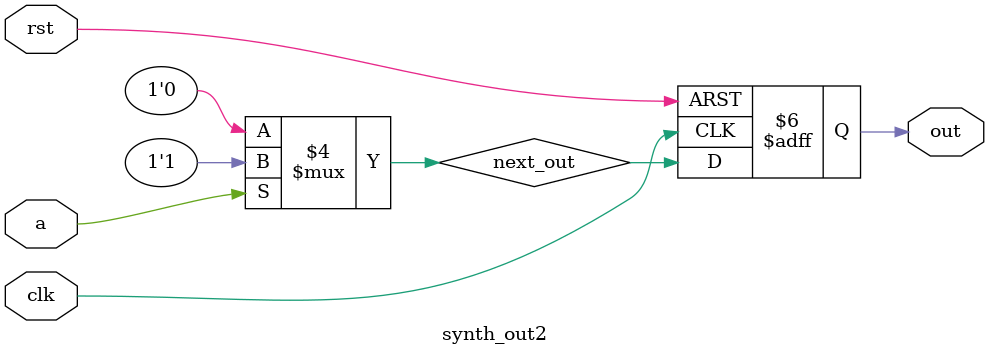
<source format=sv>
module synth_out2(
    input clk,
    input rst,
    input a,
    output reg out
);
    reg next_out;

    always @(*) begin
        next_out = 0;

        if(a) begin
            next_out = 1;
        end
    end

    always @(posedge clk, posedge rst) begin
        if(rst) begin
            out <= 0;
        end else begin
            out <= next_out;
        end
    end
endmodule

</source>
